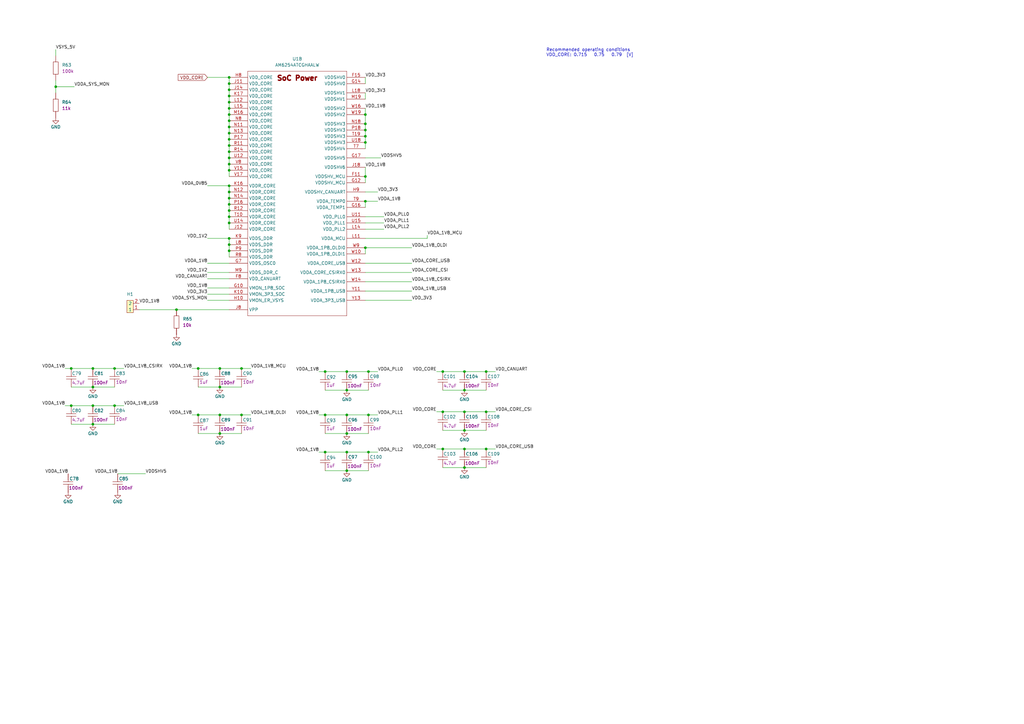
<source format=kicad_sch>
(kicad_sch (version 20250114) (generator "eeschema") (generator_version "9.0")
  (paper "A3")
  (text "Recommended operating conditions\nVDD_CORE: 0.715   0.75   0.79  [V]" (at 224.028 21.59 0) (effects (font (size 1.27 1.27)) (justify left)))
  (junction (at 93.98 76.2))
  (junction (at 142.24 177.8))
  (junction (at 38.1 158.75))
  (junction (at 142.24 152.4))
  (junction (at 181.61 184.15))
  (junction (at 142.24 160.02))
  (junction (at 133.35 152.4))
  (junction (at 38.1 173.99))
  (junction (at 99.06 170.18))
  (junction (at 190.5 160.02))
  (junction (at 90.17 158.75))
  (junction (at 149.86 55.88))
  (junction (at 93.98 100.33))
  (junction (at 93.98 59.69))
  (junction (at 142.24 170.18))
  (junction (at 190.5 176.53))
  (junction (at 181.61 152.4))
  (junction (at 93.98 31.75))
  (junction (at 93.98 67.31))
  (junction (at 199.39 168.91))
  (junction (at 190.5 191.77))
  (junction (at 133.35 170.18))
  (junction (at 90.17 151.13))
  (junction (at 149.86 72.39))
  (junction (at 90.17 177.8))
  (junction (at 151.13 170.18))
  (junction (at 149.86 53.34))
  (junction (at 90.17 170.18))
  (junction (at 93.98 86.36))
  (junction (at 190.5 184.15))
  (junction (at 29.21 151.13))
  (junction (at 46.99 166.37))
  (junction (at 93.98 49.53))
  (junction (at 93.98 39.37))
  (junction (at 149.86 101.6))
  (junction (at 38.1 166.37))
  (junction (at 93.98 64.77))
  (junction (at 93.98 81.28))
  (junction (at 93.98 54.61))
  (junction (at 133.35 185.42))
  (junction (at 93.98 62.23))
  (junction (at 46.99 151.13))
  (junction (at 93.98 34.29))
  (junction (at 93.98 41.91))
  (junction (at 93.98 88.9))
  (junction (at 81.28 170.18))
  (junction (at 199.39 152.4))
  (junction (at 22.86 35.56))
  (junction (at 151.13 185.42))
  (junction (at 151.13 152.4))
  (junction (at 149.86 82.55))
  (junction (at 149.86 46.99))
  (junction (at 199.39 184.15))
  (junction (at 93.98 57.15))
  (junction (at 149.86 58.42))
  (junction (at 93.98 69.85))
  (junction (at 93.98 36.83))
  (junction (at 93.98 102.87))
  (junction (at 81.28 151.13))
  (junction (at 190.5 152.4))
  (junction (at 29.21 166.37))
  (junction (at 93.98 83.82))
  (junction (at 93.98 44.45))
  (junction (at 93.98 91.44))
  (junction (at 181.61 168.91))
  (junction (at 38.1 151.13))
  (junction (at 93.98 52.07))
  (junction (at 93.98 46.99))
  (junction (at 93.98 97.79))
  (junction (at 72.39 127))
  (junction (at 149.86 50.8))
  (junction (at 99.06 151.13))
  (junction (at 93.98 78.74))
  (junction (at 142.24 193.04))
  (junction (at 190.5 168.91))
  (junction (at 142.24 185.42))
  (wire (pts (xy 93.98 54.61) (xy 93.98 57.15)))
  (wire (pts (xy 81.28 170.18) (xy 90.17 170.18)))
  (wire (pts (xy 149.86 68.58) (xy 149.86 72.39)))
  (wire (pts (xy 149.86 82.55) (xy 149.86 85.09)))
  (wire (pts (xy 93.98 86.36) (xy 93.98 88.9)))
  (wire (pts (xy 149.86 38.1) (xy 149.86 40.64)))
  (wire (pts (xy 93.98 46.99) (xy 93.98 49.53)))
  (wire (pts (xy 190.5 176.53) (xy 199.39 176.53)))
  (wire (pts (xy 199.39 184.15) (xy 203.2 184.15)))
  (wire (pts (xy 93.98 102.87) (xy 93.98 105.41)))
  (wire (pts (xy 22.86 20.32) (xy 22.86 22.86)))
  (wire (pts (xy 130.81 185.42) (xy 133.35 185.42)))
  (wire (pts (xy 81.28 151.13) (xy 90.17 151.13)))
  (wire (pts (xy 93.98 81.28) (xy 93.98 83.82)))
  (wire (pts (xy 149.86 115.57) (xy 168.91 115.57)))
  (wire (pts (xy 93.98 88.9) (xy 93.98 91.44)))
  (wire (pts (xy 29.21 151.13) (xy 38.1 151.13)))
  (wire (pts (xy 93.98 100.33) (xy 93.98 102.87)))
  (wire (pts (xy 29.21 173.99) (xy 38.1 173.99)))
  (wire (pts (xy 133.35 177.8) (xy 142.24 177.8)))
  (wire (pts (xy 181.61 160.02) (xy 190.5 160.02)))
  (wire (pts (xy 149.86 123.19) (xy 168.91 123.19)))
  (wire (pts (xy 57.15 127) (xy 72.39 127)))
  (wire (pts (xy 22.86 35.56) (xy 30.48 35.56)))
  (wire (pts (xy 199.39 152.4) (xy 203.2 152.4)))
  (wire (pts (xy 93.98 78.74) (xy 93.98 81.28)))
  (wire (pts (xy 93.98 62.23) (xy 93.98 64.77)))
  (wire (pts (xy 149.86 101.6) (xy 149.86 104.14)))
  (wire (pts (xy 149.86 93.98) (xy 157.48 93.98)))
  (wire (pts (xy 181.61 168.91) (xy 190.5 168.91)))
  (wire (pts (xy 93.98 49.53) (xy 93.98 52.07)))
  (wire (pts (xy 181.61 191.77) (xy 190.5 191.77)))
  (wire (pts (xy 93.98 59.69) (xy 93.98 62.23)))
  (wire (pts (xy 179.07 168.91) (xy 181.61 168.91)))
  (wire (pts (xy 93.98 31.75) (xy 93.98 34.29)))
  (wire (pts (xy 149.86 101.6) (xy 168.91 101.6)))
  (wire (pts (xy 85.09 111.76) (xy 93.98 111.76)))
  (wire (pts (xy 38.1 173.99) (xy 46.99 173.99)))
  (wire (pts (xy 151.13 185.42) (xy 154.94 185.42)))
  (wire (pts (xy 29.21 166.37) (xy 38.1 166.37)))
  (wire (pts (xy 85.09 118.11) (xy 93.98 118.11)))
  (wire (pts (xy 133.35 193.04) (xy 142.24 193.04)))
  (wire (pts (xy 93.98 67.31) (xy 93.98 69.85)))
  (wire (pts (xy 78.74 151.13) (xy 81.28 151.13)))
  (wire (pts (xy 190.5 160.02) (xy 199.39 160.02)))
  (wire (pts (xy 149.86 82.55) (xy 154.94 82.55)))
  (wire (pts (xy 133.35 185.42) (xy 142.24 185.42)))
  (wire (pts (xy 149.86 107.95) (xy 168.91 107.95)))
  (wire (pts (xy 142.24 177.8) (xy 151.13 177.8)))
  (wire (pts (xy 93.98 39.37) (xy 93.98 41.91)))
  (wire (pts (xy 93.98 76.2) (xy 93.98 78.74)))
  (wire (pts (xy 81.28 158.75) (xy 90.17 158.75)))
  (wire (pts (xy 93.98 91.44) (xy 93.98 93.98)))
  (wire (pts (xy 72.39 127) (xy 93.98 127)))
  (wire (pts (xy 130.81 152.4) (xy 133.35 152.4)))
  (wire (pts (xy 26.67 166.37) (xy 29.21 166.37)))
  (wire (pts (xy 46.99 151.13) (xy 50.8 151.13)))
  (wire (pts (xy 85.09 123.19) (xy 93.98 123.19)))
  (wire (pts (xy 93.98 52.07) (xy 93.98 54.61)))
  (wire (pts (xy 142.24 152.4) (xy 151.13 152.4)))
  (wire (pts (xy 93.98 41.91) (xy 93.98 44.45)))
  (wire (pts (xy 190.5 184.15) (xy 199.39 184.15)))
  (wire (pts (xy 149.86 46.99) (xy 149.86 50.8)))
  (wire (pts (xy 85.09 107.95) (xy 93.98 107.95)))
  (wire (pts (xy 78.74 170.18) (xy 81.28 170.18)))
  (wire (pts (xy 99.06 151.13) (xy 102.87 151.13)))
  (wire (pts (xy 149.86 91.44) (xy 157.48 91.44)))
  (wire (pts (xy 85.09 120.65) (xy 93.98 120.65)))
  (wire (pts (xy 90.17 177.8) (xy 99.06 177.8)))
  (wire (pts (xy 38.1 158.75) (xy 46.99 158.75)))
  (wire (pts (xy 22.86 33.02) (xy 22.86 35.56)))
  (wire (pts (xy 149.86 78.74) (xy 154.94 78.74)))
  (wire (pts (xy 93.98 69.85) (xy 93.98 72.39)))
  (wire (pts (xy 190.5 152.4) (xy 199.39 152.4)))
  (wire (pts (xy 133.35 160.02) (xy 142.24 160.02)))
  (wire (pts (xy 85.09 114.3) (xy 93.98 114.3)))
  (wire (pts (xy 93.98 64.77) (xy 93.98 67.31)))
  (wire (pts (xy 99.06 170.18) (xy 102.87 170.18)))
  (wire (pts (xy 133.35 152.4) (xy 142.24 152.4)))
  (wire (pts (xy 149.86 119.38) (xy 168.91 119.38)))
  (wire (pts (xy 26.67 151.13) (xy 29.21 151.13)))
  (wire (pts (xy 151.13 152.4) (xy 154.94 152.4)))
  (wire (pts (xy 175.26 97.79) (xy 175.26 96.52)))
  (wire (pts (xy 149.86 72.39) (xy 149.86 74.93)))
  (wire (pts (xy 149.86 53.34) (xy 149.86 55.88)))
  (wire (pts (xy 181.61 184.15) (xy 190.5 184.15)))
  (wire (pts (xy 48.26 194.31) (xy 59.69 194.31)))
  (wire (pts (xy 85.09 31.75) (xy 93.98 31.75)))
  (wire (pts (xy 85.09 76.2) (xy 93.98 76.2)))
  (wire (pts (xy 149.86 50.8) (xy 149.86 53.34)))
  (wire (pts (xy 199.39 168.91) (xy 203.2 168.91)))
  (wire (pts (xy 149.86 31.75) (xy 149.86 34.29)))
  (wire (pts (xy 133.35 170.18) (xy 142.24 170.18)))
  (wire (pts (xy 93.98 97.79) (xy 93.98 100.33)))
  (wire (pts (xy 93.98 34.29) (xy 93.98 36.83)))
  (wire (pts (xy 151.13 170.18) (xy 154.94 170.18)))
  (wire (pts (xy 38.1 151.13) (xy 46.99 151.13)))
  (wire (pts (xy 81.28 177.8) (xy 90.17 177.8)))
  (wire (pts (xy 90.17 158.75) (xy 99.06 158.75)))
  (wire (pts (xy 149.86 88.9) (xy 157.48 88.9)))
  (wire (pts (xy 142.24 170.18) (xy 151.13 170.18)))
  (wire (pts (xy 93.98 57.15) (xy 93.98 59.69)))
  (wire (pts (xy 46.99 166.37) (xy 50.8 166.37)))
  (wire (pts (xy 149.86 55.88) (xy 149.86 58.42)))
  (wire (pts (xy 142.24 160.02) (xy 151.13 160.02)))
  (wire (pts (xy 190.5 168.91) (xy 199.39 168.91)))
  (wire (pts (xy 142.24 193.04) (xy 151.13 193.04)))
  (wire (pts (xy 149.86 97.79) (xy 175.26 97.79)))
  (wire (pts (xy 181.61 176.53) (xy 190.5 176.53)))
  (wire (pts (xy 85.09 97.79) (xy 93.98 97.79)))
  (wire (pts (xy 181.61 152.4) (xy 190.5 152.4)))
  (wire (pts (xy 149.86 44.45) (xy 149.86 46.99)))
  (wire (pts (xy 149.86 58.42) (xy 149.86 60.96)))
  (wire (pts (xy 93.98 36.83) (xy 93.98 39.37)))
  (wire (pts (xy 142.24 185.42) (xy 151.13 185.42)))
  (wire (pts (xy 22.86 35.56) (xy 22.86 38.1)))
  (wire (pts (xy 90.17 170.18) (xy 99.06 170.18)))
  (wire (pts (xy 38.1 166.37) (xy 46.99 166.37)))
  (wire (pts (xy 90.17 151.13) (xy 99.06 151.13)))
  (wire (pts (xy 93.98 83.82) (xy 93.98 86.36)))
  (wire (pts (xy 179.07 184.15) (xy 181.61 184.15)))
  (wire (pts (xy 93.98 44.45) (xy 93.98 46.99)))
  (wire (pts (xy 149.86 64.77) (xy 156.21 64.77)))
  (wire (pts (xy 179.07 152.4) (xy 181.61 152.4)))
  (wire (pts (xy 190.5 191.77) (xy 199.39 191.77)))
  (wire (pts (xy 130.81 170.18) (xy 133.35 170.18)))
  (wire (pts (xy 149.86 111.76) (xy 168.91 111.76)))
  (wire (pts (xy 29.21 158.75) (xy 38.1 158.75)))
  (label "VDDA_0V85" (at 85.09 76.2 180))
  (label "VDD_3V3" (at 154.94 78.74 0))
  (label "VDDA_1V8_MCU" (at 175.26 96.52 0))
  (label "VDDA_PLL0" (at 157.48 88.9 0))
  (label "VDDA_1V8_USB" (at 168.91 119.38 0))
  (label "VDDA_1V8_USB" (at 50.8 166.37 0))
  (label "VDDA_PLL0" (at 154.94 152.4 0))
  (label "VDDA_SYS_MON" (at 85.09 123.19 180))
  (label "VDD_CORE" (at 179.07 152.4 180))
  (label "VDD_1V8" (at 149.86 44.45 0))
  (label "VDD_CANUART" (at 85.09 114.3 180))
  (label "VDDA_1V8_MCU" (at 102.87 151.13 0))
  (label "VDDA_1V8" (at 130.81 152.4 180))
  (label "VDD_3V3" (at 168.91 123.19 0))
  (label "VDDA_1V8" (at 78.74 151.13 180))
  (label "VDD_1V8" (at 85.09 118.11 180))
  (label "VDD_1V8" (at 149.86 68.58 0))
  (label "VDDA_1V8_OLDI" (at 168.91 101.6 0))
  (label "VDD_1V8" (at 57.15 124.46 0))
  (label "VDDA_1V8" (at 26.67 166.37 180))
  (label "VDD_3V3" (at 149.86 31.75 0))
  (label "VDDA_PLL2" (at 154.94 185.42 0))
  (label "VDDA_PLL1" (at 154.94 170.18 0))
  (label "VDDA_1V8" (at 130.81 185.42 180))
  (label "VDDA_1V8" (at 27.94 194.31 180))
  (label "VDDA_1V8_CSIRX" (at 50.8 151.13 0))
  (label "VDDA_CORE_USB" (at 168.91 107.95 0))
  (label "VDDSHV5" (at 59.69 194.31 0))
  (label "VDD_CORE" (at 179.07 168.91 180))
  (label "VDDA_CORE_CSI" (at 203.2 168.91 0))
  (label "VDD_1V2" (at 85.09 97.79 180))
  (label "VSYS_5V" (at 22.86 20.32 0))
  (label "VDDA_1V8" (at 48.26 194.31 180))
  (label "VDD_3V3" (at 149.86 38.1 0))
  (label "VDDA_1V8" (at 26.67 151.13 180))
  (label "VDDA_1V8" (at 78.74 170.18 180))
  (label "VDDA_1V8_CSIRX" (at 168.91 115.57 0))
  (label "VDD_1V2" (at 85.09 111.76 180))
  (label "VDDA_1V8" (at 154.94 82.55 0))
  (label "VDDA_CORE_USB" (at 203.2 184.15 0))
  (label "VDDSHV5" (at 156.21 64.77 0))
  (label "VDD_3V3" (at 85.09 120.65 180))
  (label "VDDA_1V8" (at 130.81 170.18 180))
  (label "VDDA_CORE_CSI" (at 168.91 111.76 0))
  (label "VDD_CANUART" (at 203.2 152.4 0))
  (label "VDDA_1V8" (at 85.09 107.95 180))
  (label "VDD_CORE" (at 179.07 184.15 180))
  (label "VDDA_SYS_MON" (at 30.48 35.56 0))
  (label "VDDA_PLL2" (at 157.48 93.98 0))
  (label "VDDA_PLL1" (at 157.48 91.44 0))
  (label "VDDA_1V8_OLDI" (at 102.87 170.18 0))
  (global_label "VDD_CORE" (shape input) (at 85.09 31.75 180) (property "Intersheetrefs" "${INTERSHEET_REFS}" (effects (hide yes))))
  (symbol (lib_id "pepy_sym_lib:[CPU]Texas Instruments AM6254ATCGHAALW") (at 121.92 129.54 0) (unit 2)
    (property "Reference" "U1" (at 121.92 24.13 0))
    (property "Value" "AM6254ATCGHAALW" (at 121.92 26.67 0))
    (property "Footprint" "pepy_sym_lib:[CPU]Texas Instruments AM6254ATCGHAALW" (effects (hide yes)))
    (property "Datasheet" "https://www.ti.com/lit/ds/symlink/am625.pdf?ts=1740314582358&ref_url=https%253A%252F%252Fwww.ti.com%252Fmicrocontrollers-mcus-processors%252Farm-based-processors%252Fproducts.html" (effects (hide yes)))
    (property "Description" "1400MHz FCCSP(ALW)-425 Microcontrollers (MCU/MPU/SOC) ROHS" (effects (hide yes)))
    (property "LCSC Part" "C5218241" (effects (hide yes)))
    (property "Manufacturer" "Texas Instruments" (effects (hide yes)))
  )
  (symbol (lib_id "pepy_sym_lib:[CAP_SMD_0201_0603Metric]YAGEO CC0201KRX5R6BB104") (at 38.1 154.94 90) (unit 1)
    (property "Reference" "C81" (at 38.608 153.162 90) (effects (justify right)))
    (property "Value" "CC0201KRX5R6BB104" (effects (hide yes)))
    (property "Footprint" "pepy_sym_lib:[CAP_SMD_0201_0603Metric]" (effects (hide yes)))
    (property "Datasheet" "https://lcsc.com/product-detail/Multilayer-Ceramic-Capacitors-MLCC-SMD-SMT_SAMSUNG_CL03A105MQ3CSNH_1uF-105-20-6-3V_C53067.html" (effects (hide yes)))
    (property "Description" "10V 100nF X5R ±10% 0201 Multilayer Ceramic Capacitors MLCC - SMD/SMT ROHS" (effects (hide yes)))
    (property "LCSC Part" "C190183" (effects (hide yes)))
    (property "Manufacturer" "YAGEO" (effects (hide yes)))
    (property "Nvalue" "100nF" (at 38.354 156.972 90) (effects (justify right)))
    (property "Package" "0201" (effects (hide yes)))
  )
  (symbol (lib_id "pepy_sym_lib:[CAP_SMD_0201_0603Metric]Samsung Electro-Mechanics CL03A105MQ3CSNH") (at 81.28 173.99 90) (unit 1)
    (property "Reference" "C87" (at 81.788 172.466 90) (effects (justify right)))
    (property "Value" "CL03A105MQ3CSNH" (effects (hide yes)))
    (property "Footprint" "pepy_sym_lib:[CAP_SMD_0201_0603Metric]" (effects (hide yes)))
    (property "Datasheet" "https://lcsc.com/product-detail/Multilayer-Ceramic-Capacitors-MLCC-SMD-SMT_SAMSUNG_CL03A105MQ3CSNH_1uF-105-20-6-3V_C53067.html" (effects (hide yes)))
    (property "Description" "6.3V 1uF X5R ±20% 0201 Multilayer Ceramic Capacitors MLCC - SMD/SMT ROHS" (effects (hide yes)))
    (property "LCSC Part" "C53067" (effects (hide yes)))
    (property "Manufacturer" "Samsung Electro-Mechanics" (effects (hide yes)))
    (property "Nvalue" "1uF" (at 81.788 175.768 90) (effects (justify right)))
    (property "Package" "0201" (effects (hide yes)))
  )
  (symbol (lib_id "pepy_sym_lib:[2x1_PIN_HEADER_STR]XKB Connection X6511WV-02H-C60D30") (at 53.34 125.73 180) (unit 1)
    (property "Reference" "H1" (at 53.34 120.65 0))
    (property "Value" "X6511WV-02H-C30D60" (effects (hide yes)))
    (property "Footprint" "pepy_sym_lib:[2x1_PIN_HEADER_STR]XKB Connection X6511WV-02H-C60D30" (effects (hide yes)))
    (property "Datasheet" "https://lcsc.com/product-detail/Pin-Header-Female-Header_XKB-Connectivity-X6511WV-02H-C30D60_C706874.html" (effects (hide yes)))
    (property "LCSC Part" "C706874" (effects (hide yes)))
  )
  (symbol (lib_id "power:GND") (at 90.17 158.75 0) (unit 1)
    (property "Reference" "#PWR036" (effects (hide yes)))
    (property "Value" "GND" (at 90.17 162.56 0))
    (property "Description" "Power symbol creates a global label with name \"GND\" , ground" (effects (hide yes)))
  )
  (symbol (lib_id "pepy_sym_lib:[RES_SMD_0402_1005Metric]UNI-ROYAL 0402WGF1102TCE") (at 22.86 43.18 90) (unit 1)
    (property "Reference" "R64" (at 25.4 41.9099 90) (effects (justify right)))
    (property "Value" "0402WGF1102TCE" (effects (hide yes)))
    (property "Footprint" "pepy_sym_lib:[RES_SMD_0402_1005Metric]" (effects (hide yes)))
    (property "Datasheet" "https://lcsc.com/product-detail/Chip-Resistor-Surface-Mount_UNI-ROYAL-0402WGF1102TCE_C25749.html" (effects (hide yes)))
    (property "Description" "62.5mW Thick Film Resistor 50V ±100ppm/℃ ±1% 11kΩ 0402 Chip Resistor - Surface Mount ROHS" (effects (hide yes)))
    (property "LCSC Part" "C25749" (effects (hide yes)))
    (property "Nvalue" "11k" (at 25.4 44.4499 90) (effects (justify right)))
    (property "Manufacturer" "UNI-ROYAL(Uniroyal Elec)" (effects (hide yes)))
    (property "Package" "0402" (effects (hide yes)))
  )
  (symbol (lib_id "pepy_sym_lib:[CAP_SMD_0201_0603Metric]YAGEO CC0201KRX5R6BB104") (at 90.17 154.94 90) (unit 1)
    (property "Reference" "C88" (at 90.678 153.162 90) (effects (justify right)))
    (property "Value" "CC0201KRX5R6BB104" (effects (hide yes)))
    (property "Footprint" "pepy_sym_lib:[CAP_SMD_0201_0603Metric]" (effects (hide yes)))
    (property "Datasheet" "https://lcsc.com/product-detail/Multilayer-Ceramic-Capacitors-MLCC-SMD-SMT_SAMSUNG_CL03A105MQ3CSNH_1uF-105-20-6-3V_C53067.html" (effects (hide yes)))
    (property "Description" "10V 100nF X5R ±10% 0201 Multilayer Ceramic Capacitors MLCC - SMD/SMT ROHS" (effects (hide yes)))
    (property "LCSC Part" "C190183" (effects (hide yes)))
    (property "Manufacturer" "YAGEO" (effects (hide yes)))
    (property "Nvalue" "100nF" (at 90.424 156.972 90) (effects (justify right)))
    (property "Package" "0201" (effects (hide yes)))
  )
  (symbol (lib_id "pepy_sym_lib:[CAP_SMD_0201_0603Metric]muRata GRM033R71A103KA01D") (at 151.13 173.99 90) (unit 1)
    (property "Reference" "C99" (at 151.638 172.212 90) (effects (justify right)))
    (property "Value" "GRM033R71A103KA01D" (effects (hide yes)))
    (property "Footprint" "pepy_sym_lib:[CAP_SMD_0201_0603Metric]" (effects (hide yes)))
    (property "Datasheet" "https://lcsc.com/product-detail/Multilayer-Ceramic-Capacitors-MLCC-SMD-SMT_muRata-GRM033R71A103KA01D_C76941.html" (effects (hide yes)))
    (property "Description" "10V 10nF X7R ±10% 0201 Multilayer Ceramic Capacitors MLCC - SMD/SMT ROHS" (effects (hide yes)))
    (property "LCSC Part" "C76941" (effects (hide yes)))
    (property "Manufacturer" "muRata" (effects (hide yes)))
    (property "Nvalue" "10nF" (at 151.638 175.768 90) (effects (justify right)))
    (property "Package" "0201" (effects (hide yes)))
  )
  (symbol (lib_id "pepy_sym_lib:[CAP_SMD_0201_0603Metric]YAGEO CC0201KRX5R6BB104") (at 190.5 156.21 90) (unit 1)
    (property "Reference" "C104" (at 191.008 154.432 90) (effects (justify right)))
    (property "Value" "CC0201KRX5R6BB104" (effects (hide yes)))
    (property "Footprint" "pepy_sym_lib:[CAP_SMD_0201_0603Metric]" (effects (hide yes)))
    (property "Datasheet" "https://lcsc.com/product-detail/Multilayer-Ceramic-Capacitors-MLCC-SMD-SMT_SAMSUNG_CL03A105MQ3CSNH_1uF-105-20-6-3V_C53067.html" (effects (hide yes)))
    (property "Description" "10V 100nF X5R ±10% 0201 Multilayer Ceramic Capacitors MLCC - SMD/SMT ROHS" (effects (hide yes)))
    (property "LCSC Part" "C190183" (effects (hide yes)))
    (property "Manufacturer" "YAGEO" (effects (hide yes)))
    (property "Nvalue" "100nF" (at 190.754 158.242 90) (effects (justify right)))
    (property "Package" "0201" (effects (hide yes)))
  )
  (symbol (lib_id "power:GND") (at 190.5 176.53 0) (unit 1)
    (property "Reference" "#PWR042" (effects (hide yes)))
    (property "Value" "GND" (at 190.5 180.34 0))
    (property "Description" "Power symbol creates a global label with name \"GND\" , ground" (effects (hide yes)))
  )
  (symbol (lib_id "power:GND") (at 48.26 201.93 0) (unit 1)
    (property "Reference" "#PWR034" (effects (hide yes)))
    (property "Value" "GND" (at 48.26 205.74 0))
    (property "Description" "Power symbol creates a global label with name \"GND\" , ground" (effects (hide yes)))
  )
  (symbol (lib_id "pepy_sym_lib:[CAP_SMD_0201_0603Metric]YAGEO CC0201KRX5R6BB104") (at 190.5 172.72 90) (unit 1)
    (property "Reference" "C105" (at 191.008 170.942 90) (effects (justify right)))
    (property "Value" "CC0201KRX5R6BB104" (effects (hide yes)))
    (property "Footprint" "pepy_sym_lib:[CAP_SMD_0201_0603Metric]" (effects (hide yes)))
    (property "Datasheet" "https://lcsc.com/product-detail/Multilayer-Ceramic-Capacitors-MLCC-SMD-SMT_SAMSUNG_CL03A105MQ3CSNH_1uF-105-20-6-3V_C53067.html" (effects (hide yes)))
    (property "Description" "10V 100nF X5R ±10% 0201 Multilayer Ceramic Capacitors MLCC - SMD/SMT ROHS" (effects (hide yes)))
    (property "LCSC Part" "C190183" (effects (hide yes)))
    (property "Manufacturer" "YAGEO" (effects (hide yes)))
    (property "Nvalue" "100nF" (at 190.754 174.752 90) (effects (justify right)))
    (property "Package" "0201" (effects (hide yes)))
  )
  (symbol (lib_id "pepy_sym_lib:[CAP_SMD_0201_0603Metric]Samsung Electro-Mechanics CL03A105MQ3CSNH") (at 133.35 189.23 90) (unit 1)
    (property "Reference" "C94" (at 133.858 187.706 90) (effects (justify right)))
    (property "Value" "CL03A105MQ3CSNH" (effects (hide yes)))
    (property "Footprint" "pepy_sym_lib:[CAP_SMD_0201_0603Metric]" (effects (hide yes)))
    (property "Datasheet" "https://lcsc.com/product-detail/Multilayer-Ceramic-Capacitors-MLCC-SMD-SMT_SAMSUNG_CL03A105MQ3CSNH_1uF-105-20-6-3V_C53067.html" (effects (hide yes)))
    (property "Description" "6.3V 1uF X5R ±20% 0201 Multilayer Ceramic Capacitors MLCC - SMD/SMT ROHS" (effects (hide yes)))
    (property "LCSC Part" "C53067" (effects (hide yes)))
    (property "Manufacturer" "Samsung Electro-Mechanics" (effects (hide yes)))
    (property "Nvalue" "1uF" (at 133.858 191.008 90) (effects (justify right)))
    (property "Package" "0201" (effects (hide yes)))
  )
  (symbol (lib_id "pepy_sym_lib:[CAP_SMD_0201_0603Metric]muRata GRM033R71A103KA01D") (at 151.13 189.23 90) (unit 1)
    (property "Reference" "C100" (at 151.638 187.452 90) (effects (justify right)))
    (property "Value" "GRM033R71A103KA01D" (effects (hide yes)))
    (property "Footprint" "pepy_sym_lib:[CAP_SMD_0201_0603Metric]" (effects (hide yes)))
    (property "Datasheet" "https://lcsc.com/product-detail/Multilayer-Ceramic-Capacitors-MLCC-SMD-SMT_muRata-GRM033R71A103KA01D_C76941.html" (effects (hide yes)))
    (property "Description" "10V 10nF X7R ±10% 0201 Multilayer Ceramic Capacitors MLCC - SMD/SMT ROHS" (effects (hide yes)))
    (property "LCSC Part" "C76941" (effects (hide yes)))
    (property "Manufacturer" "muRata" (effects (hide yes)))
    (property "Nvalue" "10nF" (at 151.638 191.008 90) (effects (justify right)))
    (property "Package" "0201" (effects (hide yes)))
  )
  (symbol (lib_id "pepy_sym_lib:[CAP_SMD_0201_0603Metric]muRata GRM033R71A103KA01D") (at 46.99 154.94 90) (unit 1)
    (property "Reference" "C83" (at 47.498 153.162 90) (effects (justify right)))
    (property "Value" "GRM033R71A103KA01D" (effects (hide yes)))
    (property "Footprint" "pepy_sym_lib:[CAP_SMD_0201_0603Metric]" (effects (hide yes)))
    (property "Datasheet" "https://lcsc.com/product-detail/Multilayer-Ceramic-Capacitors-MLCC-SMD-SMT_muRata-GRM033R71A103KA01D_C76941.html" (effects (hide yes)))
    (property "Description" "10V 10nF X7R ±10% 0201 Multilayer Ceramic Capacitors MLCC - SMD/SMT ROHS" (effects (hide yes)))
    (property "LCSC Part" "C76941" (effects (hide yes)))
    (property "Manufacturer" "muRata" (effects (hide yes)))
    (property "Nvalue" "10nF" (at 47.498 156.718 90) (effects (justify right)))
    (property "Package" "0201" (effects (hide yes)))
  )
  (symbol (lib_id "pepy_sym_lib:[CAP_SMD_0201_0603Metric]YAGEO CC0201KRX5R6BB104") (at 142.24 189.23 90) (unit 1)
    (property "Reference" "C97" (at 142.748 187.452 90) (effects (justify right)))
    (property "Value" "CC0201KRX5R6BB104" (effects (hide yes)))
    (property "Footprint" "pepy_sym_lib:[CAP_SMD_0201_0603Metric]" (effects (hide yes)))
    (property "Datasheet" "https://lcsc.com/product-detail/Multilayer-Ceramic-Capacitors-MLCC-SMD-SMT_SAMSUNG_CL03A105MQ3CSNH_1uF-105-20-6-3V_C53067.html" (effects (hide yes)))
    (property "Description" "10V 100nF X5R ±10% 0201 Multilayer Ceramic Capacitors MLCC - SMD/SMT ROHS" (effects (hide yes)))
    (property "LCSC Part" "C190183" (effects (hide yes)))
    (property "Manufacturer" "YAGEO" (effects (hide yes)))
    (property "Nvalue" "100nF" (at 142.494 191.262 90) (effects (justify right)))
    (property "Package" "0201" (effects (hide yes)))
  )
  (symbol (lib_id "pepy_sym_lib:[CAP_SMD_0201_0603Metric]YAGEO CC0201KRX5R6BB104") (at 27.94 198.12 90) (unit 1)
    (property "Reference" "C78" (at 28.448 196.342 90) (effects (justify right)))
    (property "Value" "CC0201KRX5R6BB104" (effects (hide yes)))
    (property "Footprint" "pepy_sym_lib:[CAP_SMD_0201_0603Metric]" (effects (hide yes)))
    (property "Datasheet" "https://lcsc.com/product-detail/Multilayer-Ceramic-Capacitors-MLCC-SMD-SMT_SAMSUNG_CL03A105MQ3CSNH_1uF-105-20-6-3V_C53067.html" (effects (hide yes)))
    (property "Description" "10V 100nF X5R ±10% 0201 Multilayer Ceramic Capacitors MLCC - SMD/SMT ROHS" (effects (hide yes)))
    (property "LCSC Part" "C190183" (effects (hide yes)))
    (property "Manufacturer" "YAGEO" (effects (hide yes)))
    (property "Nvalue" "100nF" (at 28.194 200.152 90) (effects (justify right)))
    (property "Package" "0201" (effects (hide yes)))
  )
  (symbol (lib_id "pepy_sym_lib:[CAP_SMD_0201_0603Metric]muRata GRM035R60J475ME15D") (at 181.61 156.21 90) (unit 1)
    (property "Reference" "C101" (at 181.864 154.432 90) (effects (justify right)))
    (property "Value" "GRM035R60J475ME15D" (effects (hide yes)))
    (property "Footprint" "pepy_sym_lib:[CAP_SMD_0201_0603Metric]" (effects (hide yes)))
    (property "Datasheet" "https://lcsc.com/product-detail/Multilayer-Ceramic-Capacitors-MLCC-SMD-SMT_muRata-GRM035R60J475ME15D_C335103.html" (effects (hide yes)))
    (property "Description" "6.3V 4.7uF X5R ±20% 0201 Multilayer Ceramic Capacitors MLCC - SMD/SMT ROHS" (effects (hide yes)))
    (property "LCSC Part" "C335103" (effects (hide yes)))
    (property "Manufacturer" "muRata" (effects (hide yes)))
    (property "Nvalue" "4.7uF" (at 181.864 158.242 90) (effects (justify right)))
    (property "Package" "0201" (effects (hide yes)))
  )
  (symbol (lib_id "power:GND") (at 142.24 177.8 0) (unit 1)
    (property "Reference" "#PWR039" (effects (hide yes)))
    (property "Value" "GND" (at 142.24 181.61 0))
    (property "Description" "Power symbol creates a global label with name \"GND\" , ground" (effects (hide yes)))
  )
  (symbol (lib_id "pepy_sym_lib:[CAP_SMD_0201_0603Metric]Samsung Electro-Mechanics CL03A105MQ3CSNH") (at 133.35 173.99 90) (unit 1)
    (property "Reference" "C93" (at 133.858 172.466 90) (effects (justify right)))
    (property "Value" "CL03A105MQ3CSNH" (effects (hide yes)))
    (property "Footprint" "pepy_sym_lib:[CAP_SMD_0201_0603Metric]" (effects (hide yes)))
    (property "Datasheet" "https://lcsc.com/product-detail/Multilayer-Ceramic-Capacitors-MLCC-SMD-SMT_SAMSUNG_CL03A105MQ3CSNH_1uF-105-20-6-3V_C53067.html" (effects (hide yes)))
    (property "Description" "6.3V 1uF X5R ±20% 0201 Multilayer Ceramic Capacitors MLCC - SMD/SMT ROHS" (effects (hide yes)))
    (property "LCSC Part" "C53067" (effects (hide yes)))
    (property "Manufacturer" "Samsung Electro-Mechanics" (effects (hide yes)))
    (property "Nvalue" "1uF" (at 133.858 175.768 90) (effects (justify right)))
    (property "Package" "0201" (effects (hide yes)))
  )
  (symbol (lib_id "power:GND") (at 38.1 158.75 0) (unit 1)
    (property "Reference" "#PWR032" (effects (hide yes)))
    (property "Value" "GND" (at 38.1 162.56 0))
    (property "Description" "Power symbol creates a global label with name \"GND\" , ground" (effects (hide yes)))
  )
  (symbol (lib_id "pepy_sym_lib:[CAP_SMD_0201_0603Metric]YAGEO CC0201KRX5R6BB104") (at 142.24 156.21 90) (unit 1)
    (property "Reference" "C95" (at 142.748 154.432 90) (effects (justify right)))
    (property "Value" "CC0201KRX5R6BB104" (effects (hide yes)))
    (property "Footprint" "pepy_sym_lib:[CAP_SMD_0201_0603Metric]" (effects (hide yes)))
    (property "Datasheet" "https://lcsc.com/product-detail/Multilayer-Ceramic-Capacitors-MLCC-SMD-SMT_SAMSUNG_CL03A105MQ3CSNH_1uF-105-20-6-3V_C53067.html" (effects (hide yes)))
    (property "Description" "10V 100nF X5R ±10% 0201 Multilayer Ceramic Capacitors MLCC - SMD/SMT ROHS" (effects (hide yes)))
    (property "LCSC Part" "C190183" (effects (hide yes)))
    (property "Manufacturer" "YAGEO" (effects (hide yes)))
    (property "Nvalue" "100nF" (at 142.494 158.242 90) (effects (justify right)))
    (property "Package" "0201" (effects (hide yes)))
  )
  (symbol (lib_id "pepy_sym_lib:[CAP_SMD_0201_0603Metric]muRata GRM033R71A103KA01D") (at 46.99 170.18 90) (unit 1)
    (property "Reference" "C84" (at 47.498 168.402 90) (effects (justify right)))
    (property "Value" "GRM033R71A103KA01D" (effects (hide yes)))
    (property "Footprint" "pepy_sym_lib:[CAP_SMD_0201_0603Metric]" (effects (hide yes)))
    (property "Datasheet" "https://lcsc.com/product-detail/Multilayer-Ceramic-Capacitors-MLCC-SMD-SMT_muRata-GRM033R71A103KA01D_C76941.html" (effects (hide yes)))
    (property "Description" "10V 10nF X7R ±10% 0201 Multilayer Ceramic Capacitors MLCC - SMD/SMT ROHS" (effects (hide yes)))
    (property "LCSC Part" "C76941" (effects (hide yes)))
    (property "Manufacturer" "muRata" (effects (hide yes)))
    (property "Nvalue" "10nF" (at 47.498 171.958 90) (effects (justify right)))
    (property "Package" "0201" (effects (hide yes)))
  )
  (symbol (lib_id "power:GND") (at 27.94 201.93 0) (unit 1)
    (property "Reference" "#PWR031" (effects (hide yes)))
    (property "Value" "GND" (at 27.94 205.74 0))
    (property "Description" "Power symbol creates a global label with name \"GND\" , ground" (effects (hide yes)))
  )
  (symbol (lib_id "pepy_sym_lib:[CAP_SMD_0201_0603Metric]muRata GRM033R71A103KA01D") (at 99.06 154.94 90) (unit 1)
    (property "Reference" "C90" (at 99.568 153.162 90) (effects (justify right)))
    (property "Value" "GRM033R71A103KA01D" (effects (hide yes)))
    (property "Footprint" "pepy_sym_lib:[CAP_SMD_0201_0603Metric]" (effects (hide yes)))
    (property "Datasheet" "https://lcsc.com/product-detail/Multilayer-Ceramic-Capacitors-MLCC-SMD-SMT_muRata-GRM033R71A103KA01D_C76941.html" (effects (hide yes)))
    (property "Description" "10V 10nF X7R ±10% 0201 Multilayer Ceramic Capacitors MLCC - SMD/SMT ROHS" (effects (hide yes)))
    (property "LCSC Part" "C76941" (effects (hide yes)))
    (property "Manufacturer" "muRata" (effects (hide yes)))
    (property "Nvalue" "10nF" (at 99.568 156.718 90) (effects (justify right)))
    (property "Package" "0201" (effects (hide yes)))
  )
  (symbol (lib_id "pepy_sym_lib:[CAP_SMD_0201_0603Metric]muRata GRM035R60J475ME15D") (at 29.21 154.94 90) (unit 1)
    (property "Reference" "C79" (at 29.464 153.162 90) (effects (justify right)))
    (property "Value" "GRM035R60J475ME15D" (effects (hide yes)))
    (property "Footprint" "pepy_sym_lib:[CAP_SMD_0201_0603Metric]" (effects (hide yes)))
    (property "Datasheet" "https://lcsc.com/product-detail/Multilayer-Ceramic-Capacitors-MLCC-SMD-SMT_muRata-GRM035R60J475ME15D_C335103.html" (effects (hide yes)))
    (property "Description" "6.3V 4.7uF X5R ±20% 0201 Multilayer Ceramic Capacitors MLCC - SMD/SMT ROHS" (effects (hide yes)))
    (property "LCSC Part" "C335103" (effects (hide yes)))
    (property "Manufacturer" "muRata" (effects (hide yes)))
    (property "Nvalue" "4.7uF" (at 29.464 156.972 90) (effects (justify right)))
    (property "Package" "0201" (effects (hide yes)))
  )
  (symbol (lib_id "pepy_sym_lib:[CAP_SMD_0201_0603Metric]YAGEO CC0201KRX5R6BB104") (at 90.17 173.99 90) (unit 1)
    (property "Reference" "C89" (at 90.678 172.212 90) (effects (justify right)))
    (property "Value" "CC0201KRX5R6BB104" (effects (hide yes)))
    (property "Footprint" "pepy_sym_lib:[CAP_SMD_0201_0603Metric]" (effects (hide yes)))
    (property "Datasheet" "https://lcsc.com/product-detail/Multilayer-Ceramic-Capacitors-MLCC-SMD-SMT_SAMSUNG_CL03A105MQ3CSNH_1uF-105-20-6-3V_C53067.html" (effects (hide yes)))
    (property "Description" "10V 100nF X5R ±10% 0201 Multilayer Ceramic Capacitors MLCC - SMD/SMT ROHS" (effects (hide yes)))
    (property "LCSC Part" "C190183" (effects (hide yes)))
    (property "Manufacturer" "YAGEO" (effects (hide yes)))
    (property "Nvalue" "100nF" (at 90.424 176.022 90) (effects (justify right)))
    (property "Package" "0201" (effects (hide yes)))
  )
  (symbol (lib_id "pepy_sym_lib:[CAP_SMD_0201_0603Metric]muRata GRM035R60J475ME15D") (at 181.61 172.72 90) (unit 1)
    (property "Reference" "C102" (at 181.864 170.942 90) (effects (justify right)))
    (property "Value" "GRM035R60J475ME15D" (effects (hide yes)))
    (property "Footprint" "pepy_sym_lib:[CAP_SMD_0201_0603Metric]" (effects (hide yes)))
    (property "Datasheet" "https://lcsc.com/product-detail/Multilayer-Ceramic-Capacitors-MLCC-SMD-SMT_muRata-GRM035R60J475ME15D_C335103.html" (effects (hide yes)))
    (property "Description" "6.3V 4.7uF X5R ±20% 0201 Multilayer Ceramic Capacitors MLCC - SMD/SMT ROHS" (effects (hide yes)))
    (property "LCSC Part" "C335103" (effects (hide yes)))
    (property "Manufacturer" "muRata" (effects (hide yes)))
    (property "Nvalue" "4.7uF" (at 181.864 174.752 90) (effects (justify right)))
    (property "Package" "0201" (effects (hide yes)))
  )
  (symbol (lib_id "power:GND") (at 22.86 48.26 0) (unit 1)
    (property "Reference" "#PWR030" (effects (hide yes)))
    (property "Value" "GND" (at 22.86 52.07 0))
    (property "Description" "Power symbol creates a global label with name \"GND\" , ground" (effects (hide yes)))
  )
  (symbol (lib_id "pepy_sym_lib:[CAP_SMD_0201_0603Metric]muRata GRM033R71A103KA01D") (at 199.39 187.96 90) (unit 1)
    (property "Reference" "C109" (at 199.898 186.182 90) (effects (justify right)))
    (property "Value" "GRM033R71A103KA01D" (effects (hide yes)))
    (property "Footprint" "pepy_sym_lib:[CAP_SMD_0201_0603Metric]" (effects (hide yes)))
    (property "Datasheet" "https://lcsc.com/product-detail/Multilayer-Ceramic-Capacitors-MLCC-SMD-SMT_muRata-GRM033R71A103KA01D_C76941.html" (effects (hide yes)))
    (property "Description" "10V 10nF X7R ±10% 0201 Multilayer Ceramic Capacitors MLCC - SMD/SMT ROHS" (effects (hide yes)))
    (property "LCSC Part" "C76941" (effects (hide yes)))
    (property "Manufacturer" "muRata" (effects (hide yes)))
    (property "Nvalue" "10nF" (at 199.898 189.738 90) (effects (justify right)))
    (property "Package" "0201" (effects (hide yes)))
  )
  (symbol (lib_id "power:GND") (at 190.5 160.02 0) (unit 1)
    (property "Reference" "#PWR041" (effects (hide yes)))
    (property "Value" "GND" (at 190.5 163.83 0))
    (property "Description" "Power symbol creates a global label with name \"GND\" , ground" (effects (hide yes)))
  )
  (symbol (lib_id "pepy_sym_lib:[CAP_SMD_0201_0603Metric]YAGEO CC0201KRX5R6BB104") (at 142.24 173.99 90) (unit 1)
    (property "Reference" "C96" (at 142.748 172.212 90) (effects (justify right)))
    (property "Value" "CC0201KRX5R6BB104" (effects (hide yes)))
    (property "Footprint" "pepy_sym_lib:[CAP_SMD_0201_0603Metric]" (effects (hide yes)))
    (property "Datasheet" "https://lcsc.com/product-detail/Multilayer-Ceramic-Capacitors-MLCC-SMD-SMT_SAMSUNG_CL03A105MQ3CSNH_1uF-105-20-6-3V_C53067.html" (effects (hide yes)))
    (property "Description" "10V 100nF X5R ±10% 0201 Multilayer Ceramic Capacitors MLCC - SMD/SMT ROHS" (effects (hide yes)))
    (property "LCSC Part" "C190183" (effects (hide yes)))
    (property "Manufacturer" "YAGEO" (effects (hide yes)))
    (property "Nvalue" "100nF" (at 142.494 176.022 90) (effects (justify right)))
    (property "Package" "0201" (effects (hide yes)))
  )
  (symbol (lib_id "power:GND") (at 72.39 137.16 0) (unit 1)
    (property "Reference" "#PWR035" (effects (hide yes)))
    (property "Value" "GND" (at 72.39 140.97 0))
    (property "Description" "Power symbol creates a global label with name \"GND\" , ground" (effects (hide yes)))
  )
  (symbol (lib_id "power:GND") (at 90.17 177.8 0) (unit 1)
    (property "Reference" "#PWR037" (effects (hide yes)))
    (property "Value" "GND" (at 90.17 181.61 0))
    (property "Description" "Power symbol creates a global label with name \"GND\" , ground" (effects (hide yes)))
  )
  (symbol (lib_id "pepy_sym_lib:[CAP_SMD_0201_0603Metric]Samsung Electro-Mechanics CL03A105MQ3CSNH") (at 81.28 154.94 90) (unit 1)
    (property "Reference" "C86" (at 81.788 153.416 90) (effects (justify right)))
    (property "Value" "CL03A105MQ3CSNH" (effects (hide yes)))
    (property "Footprint" "pepy_sym_lib:[CAP_SMD_0201_0603Metric]" (effects (hide yes)))
    (property "Datasheet" "https://lcsc.com/product-detail/Multilayer-Ceramic-Capacitors-MLCC-SMD-SMT_SAMSUNG_CL03A105MQ3CSNH_1uF-105-20-6-3V_C53067.html" (effects (hide yes)))
    (property "Description" "6.3V 1uF X5R ±20% 0201 Multilayer Ceramic Capacitors MLCC - SMD/SMT ROHS" (effects (hide yes)))
    (property "LCSC Part" "C53067" (effects (hide yes)))
    (property "Manufacturer" "Samsung Electro-Mechanics" (effects (hide yes)))
    (property "Nvalue" "1uF" (at 81.788 156.718 90) (effects (justify right)))
    (property "Package" "0201" (effects (hide yes)))
  )
  (symbol (lib_id "pepy_sym_lib:[CAP_SMD_0201_0603Metric]muRata GRM035R60J475ME15D") (at 181.61 187.96 90) (unit 1)
    (property "Reference" "C103" (at 181.864 186.182 90) (effects (justify right)))
    (property "Value" "GRM035R60J475ME15D" (effects (hide yes)))
    (property "Footprint" "pepy_sym_lib:[CAP_SMD_0201_0603Metric]" (effects (hide yes)))
    (property "Datasheet" "https://lcsc.com/product-detail/Multilayer-Ceramic-Capacitors-MLCC-SMD-SMT_muRata-GRM035R60J475ME15D_C335103.html" (effects (hide yes)))
    (property "Description" "6.3V 4.7uF X5R ±20% 0201 Multilayer Ceramic Capacitors MLCC - SMD/SMT ROHS" (effects (hide yes)))
    (property "LCSC Part" "C335103" (effects (hide yes)))
    (property "Manufacturer" "muRata" (effects (hide yes)))
    (property "Nvalue" "4.7uF" (at 181.864 189.992 90) (effects (justify right)))
    (property "Package" "0201" (effects (hide yes)))
  )
  (symbol (lib_id "pepy_sym_lib:[CAP_SMD_0201_0603Metric]YAGEO CC0201KRX5R6BB104") (at 38.1 170.18 90) (unit 1)
    (property "Reference" "C82" (at 38.608 168.402 90) (effects (justify right)))
    (property "Value" "CC0201KRX5R6BB104" (effects (hide yes)))
    (property "Footprint" "pepy_sym_lib:[CAP_SMD_0201_0603Metric]" (effects (hide yes)))
    (property "Datasheet" "https://lcsc.com/product-detail/Multilayer-Ceramic-Capacitors-MLCC-SMD-SMT_SAMSUNG_CL03A105MQ3CSNH_1uF-105-20-6-3V_C53067.html" (effects (hide yes)))
    (property "Description" "10V 100nF X5R ±10% 0201 Multilayer Ceramic Capacitors MLCC - SMD/SMT ROHS" (effects (hide yes)))
    (property "LCSC Part" "C190183" (effects (hide yes)))
    (property "Manufacturer" "YAGEO" (effects (hide yes)))
    (property "Nvalue" "100nF" (at 38.354 172.212 90) (effects (justify right)))
    (property "Package" "0201" (effects (hide yes)))
  )
  (symbol (lib_id "pepy_sym_lib:[RES_SMD_0201_0603Metric]UNI-ROYAL(Uniroyal Elec) 0201WMF1002TEE") (at 72.39 132.08 90) (unit 1)
    (property "Reference" "R65" (at 74.93 130.8099 90) (effects (justify right)))
    (property "Value" "0201WMF1002TEE" (effects (hide yes)))
    (property "Footprint" "pepy_sym_lib:[RES_SMD_0201_0603Metric]" (effects (hide yes)))
    (property "Datasheet" "https://lcsc.com/product-detail/Chip-Resistor-Surface-Mount_UNI-ROYAL-Uniroyal-Elec-0201WMF1002TEE_C473048.html" (effects (hide yes)))
    (property "Description" "1/20W Thick Film Resistors 25V ±1% ±200ppm/℃ 10kΩ 0201 Chip Resistor - Surface Mount ROHS" (effects (hide yes)))
    (property "LCSC Part" "C473048" (effects (hide yes)))
    (property "Manufacturer" "UNI-ROYAL(Uniroyal Elec)" (effects (hide yes)))
    (property "Nvalue" "10k" (at 74.93 133.3499 90) (effects (justify right)))
    (property "Package" "0201" (effects (hide yes)))
  )
  (symbol (lib_id "pepy_sym_lib:[RES_SMD_0402_1005Metric]YAGEO RC0402FR-07100KL") (at 22.86 27.94 90) (unit 1)
    (property "Reference" "R63" (at 25.4 26.6699 90) (effects (justify right)))
    (property "Value" "RC0402FR-07100KL" (effects (hide yes)))
    (property "Footprint" "pepy_sym_lib:[RES_SMD_0402_1005Metric]" (effects (hide yes)))
    (property "Datasheet" "https://lcsc.com/product-detail/Chip-Resistor-Surface-Mount_YAGEO-RC0402FR-07100KL_C60491.html" (effects (hide yes)))
    (property "Description" "62.5mW Thick Film Resistor 50V ±100ppm/℃ ±1% 100kΩ 0402 Chip Resistor - Surface Mount ROHS" (effects (hide yes)))
    (property "LCSC Part" "C60491" (effects (hide yes)))
    (property "Nvalue" "100k" (at 25.4 29.2099 90) (effects (justify right)))
    (property "Manufacturer" "YAGEO" (effects (hide yes)))
    (property "Package" "0402" (effects (hide yes)))
  )
  (symbol (lib_id "pepy_sym_lib:[CAP_SMD_0201_0603Metric]muRata GRM033R71A103KA01D") (at 151.13 156.21 90) (unit 1)
    (property "Reference" "C98" (at 151.638 154.432 90) (effects (justify right)))
    (property "Value" "GRM033R71A103KA01D" (effects (hide yes)))
    (property "Footprint" "pepy_sym_lib:[CAP_SMD_0201_0603Metric]" (effects (hide yes)))
    (property "Datasheet" "https://lcsc.com/product-detail/Multilayer-Ceramic-Capacitors-MLCC-SMD-SMT_muRata-GRM033R71A103KA01D_C76941.html" (effects (hide yes)))
    (property "Description" "10V 10nF X7R ±10% 0201 Multilayer Ceramic Capacitors MLCC - SMD/SMT ROHS" (effects (hide yes)))
    (property "LCSC Part" "C76941" (effects (hide yes)))
    (property "Manufacturer" "muRata" (effects (hide yes)))
    (property "Nvalue" "10nF" (at 151.638 157.988 90) (effects (justify right)))
    (property "Package" "0201" (effects (hide yes)))
  )
  (symbol (lib_id "pepy_sym_lib:[CAP_SMD_0201_0603Metric]muRata GRM035R60J475ME15D") (at 29.21 170.18 90) (unit 1)
    (property "Reference" "C80" (at 29.464 168.402 90) (effects (justify right)))
    (property "Value" "GRM035R60J475ME15D" (effects (hide yes)))
    (property "Footprint" "pepy_sym_lib:[CAP_SMD_0201_0603Metric]" (effects (hide yes)))
    (property "Datasheet" "https://lcsc.com/product-detail/Multilayer-Ceramic-Capacitors-MLCC-SMD-SMT_muRata-GRM035R60J475ME15D_C335103.html" (effects (hide yes)))
    (property "Description" "6.3V 4.7uF X5R ±20% 0201 Multilayer Ceramic Capacitors MLCC - SMD/SMT ROHS" (effects (hide yes)))
    (property "LCSC Part" "C335103" (effects (hide yes)))
    (property "Manufacturer" "muRata" (effects (hide yes)))
    (property "Nvalue" "4.7uF" (at 29.464 172.212 90) (effects (justify right)))
    (property "Package" "0201" (effects (hide yes)))
  )
  (symbol (lib_id "power:GND") (at 190.5 191.77 0) (unit 1)
    (property "Reference" "#PWR043" (effects (hide yes)))
    (property "Value" "GND" (at 190.5 195.58 0))
    (property "Description" "Power symbol creates a global label with name \"GND\" , ground" (effects (hide yes)))
  )
  (symbol (lib_id "pepy_sym_lib:[CAP_SMD_0201_0603Metric]muRata GRM033R71A103KA01D") (at 199.39 156.21 90) (unit 1)
    (property "Reference" "C107" (at 199.898 154.432 90) (effects (justify right)))
    (property "Value" "GRM033R71A103KA01D" (effects (hide yes)))
    (property "Footprint" "pepy_sym_lib:[CAP_SMD_0201_0603Metric]" (effects (hide yes)))
    (property "Datasheet" "https://lcsc.com/product-detail/Multilayer-Ceramic-Capacitors-MLCC-SMD-SMT_muRata-GRM033R71A103KA01D_C76941.html" (effects (hide yes)))
    (property "Description" "10V 10nF X7R ±10% 0201 Multilayer Ceramic Capacitors MLCC - SMD/SMT ROHS" (effects (hide yes)))
    (property "LCSC Part" "C76941" (effects (hide yes)))
    (property "Manufacturer" "muRata" (effects (hide yes)))
    (property "Nvalue" "10nF" (at 199.898 157.988 90) (effects (justify right)))
    (property "Package" "0201" (effects (hide yes)))
  )
  (symbol (lib_id "pepy_sym_lib:[CAP_SMD_0201_0603Metric]muRata GRM033R71A103KA01D") (at 99.06 173.99 90) (unit 1)
    (property "Reference" "C91" (at 99.568 172.212 90) (effects (justify right)))
    (property "Value" "GRM033R71A103KA01D" (effects (hide yes)))
    (property "Footprint" "pepy_sym_lib:[CAP_SMD_0201_0603Metric]" (effects (hide yes)))
    (property "Datasheet" "https://lcsc.com/product-detail/Multilayer-Ceramic-Capacitors-MLCC-SMD-SMT_muRata-GRM033R71A103KA01D_C76941.html" (effects (hide yes)))
    (property "Description" "10V 10nF X7R ±10% 0201 Multilayer Ceramic Capacitors MLCC - SMD/SMT ROHS" (effects (hide yes)))
    (property "LCSC Part" "C76941" (effects (hide yes)))
    (property "Manufacturer" "muRata" (effects (hide yes)))
    (property "Nvalue" "10nF" (at 99.568 175.768 90) (effects (justify right)))
    (property "Package" "0201" (effects (hide yes)))
  )
  (symbol (lib_id "pepy_sym_lib:[CAP_SMD_0201_0603Metric]YAGEO CC0201KRX5R6BB104") (at 48.26 198.12 90) (unit 1)
    (property "Reference" "C85" (at 48.768 196.342 90) (effects (justify right)))
    (property "Value" "CC0201KRX5R6BB104" (effects (hide yes)))
    (property "Footprint" "pepy_sym_lib:[CAP_SMD_0201_0603Metric]" (effects (hide yes)))
    (property "Datasheet" "https://lcsc.com/product-detail/Multilayer-Ceramic-Capacitors-MLCC-SMD-SMT_SAMSUNG_CL03A105MQ3CSNH_1uF-105-20-6-3V_C53067.html" (effects (hide yes)))
    (property "Description" "10V 100nF X5R ±10% 0201 Multilayer Ceramic Capacitors MLCC - SMD/SMT ROHS" (effects (hide yes)))
    (property "LCSC Part" "C190183" (effects (hide yes)))
    (property "Manufacturer" "YAGEO" (effects (hide yes)))
    (property "Nvalue" "100nF" (at 48.514 200.152 90) (effects (justify right)))
    (property "Package" "0201" (effects (hide yes)))
  )
  (symbol (lib_id "power:GND") (at 38.1 173.99 0) (unit 1)
    (property "Reference" "#PWR033" (effects (hide yes)))
    (property "Value" "GND" (at 38.1 177.8 0))
    (property "Description" "Power symbol creates a global label with name \"GND\" , ground" (effects (hide yes)))
  )
  (symbol (lib_id "power:GND") (at 142.24 160.02 0) (unit 1)
    (property "Reference" "#PWR038" (effects (hide yes)))
    (property "Value" "GND" (at 142.24 163.83 0))
    (property "Description" "Power symbol creates a global label with name \"GND\" , ground" (effects (hide yes)))
  )
  (symbol (lib_id "pepy_sym_lib:[CAP_SMD_0201_0603Metric]muRata GRM033R71A103KA01D") (at 199.39 172.72 90) (unit 1)
    (property "Reference" "C108" (at 199.898 170.942 90) (effects (justify right)))
    (property "Value" "GRM033R71A103KA01D" (effects (hide yes)))
    (property "Footprint" "pepy_sym_lib:[CAP_SMD_0201_0603Metric]" (effects (hide yes)))
    (property "Datasheet" "https://lcsc.com/product-detail/Multilayer-Ceramic-Capacitors-MLCC-SMD-SMT_muRata-GRM033R71A103KA01D_C76941.html" (effects (hide yes)))
    (property "Description" "10V 10nF X7R ±10% 0201 Multilayer Ceramic Capacitors MLCC - SMD/SMT ROHS" (effects (hide yes)))
    (property "LCSC Part" "C76941" (effects (hide yes)))
    (property "Manufacturer" "muRata" (effects (hide yes)))
    (property "Nvalue" "10nF" (at 199.898 174.498 90) (effects (justify right)))
    (property "Package" "0201" (effects (hide yes)))
  )
  (symbol (lib_id "pepy_sym_lib:[CAP_SMD_0201_0603Metric]Samsung Electro-Mechanics CL03A105MQ3CSNH") (at 133.35 156.21 90) (unit 1)
    (property "Reference" "C92" (at 133.858 154.686 90) (effects (justify right)))
    (property "Value" "CL03A105MQ3CSNH" (effects (hide yes)))
    (property "Footprint" "pepy_sym_lib:[CAP_SMD_0201_0603Metric]" (effects (hide yes)))
    (property "Datasheet" "https://lcsc.com/product-detail/Multilayer-Ceramic-Capacitors-MLCC-SMD-SMT_SAMSUNG_CL03A105MQ3CSNH_1uF-105-20-6-3V_C53067.html" (effects (hide yes)))
    (property "Description" "6.3V 1uF X5R ±20% 0201 Multilayer Ceramic Capacitors MLCC - SMD/SMT ROHS" (effects (hide yes)))
    (property "LCSC Part" "C53067" (effects (hide yes)))
    (property "Manufacturer" "Samsung Electro-Mechanics" (effects (hide yes)))
    (property "Nvalue" "1uF" (at 133.858 157.988 90) (effects (justify right)))
    (property "Package" "0201" (effects (hide yes)))
  )
  (symbol (lib_id "pepy_sym_lib:[CAP_SMD_0201_0603Metric]YAGEO CC0201KRX5R6BB104") (at 190.5 187.96 90) (unit 1)
    (property "Reference" "C106" (at 191.008 186.182 90) (effects (justify right)))
    (property "Value" "CC0201KRX5R6BB104" (effects (hide yes)))
    (property "Footprint" "pepy_sym_lib:[CAP_SMD_0201_0603Metric]" (effects (hide yes)))
    (property "Datasheet" "https://lcsc.com/product-detail/Multilayer-Ceramic-Capacitors-MLCC-SMD-SMT_SAMSUNG_CL03A105MQ3CSNH_1uF-105-20-6-3V_C53067.html" (effects (hide yes)))
    (property "Description" "10V 100nF X5R ±10% 0201 Multilayer Ceramic Capacitors MLCC - SMD/SMT ROHS" (effects (hide yes)))
    (property "LCSC Part" "C190183" (effects (hide yes)))
    (property "Manufacturer" "YAGEO" (effects (hide yes)))
    (property "Nvalue" "100nF" (at 190.754 189.992 90) (effects (justify right)))
    (property "Package" "0201" (effects (hide yes)))
  )
  (symbol (lib_id "power:GND") (at 142.24 193.04 0) (unit 1)
    (property "Reference" "#PWR040" (effects (hide yes)))
    (property "Value" "GND" (at 142.24 196.85 0))
    (property "Description" "Power symbol creates a global label with name \"GND\" , ground" (effects (hide yes)))
  )
)
</source>
